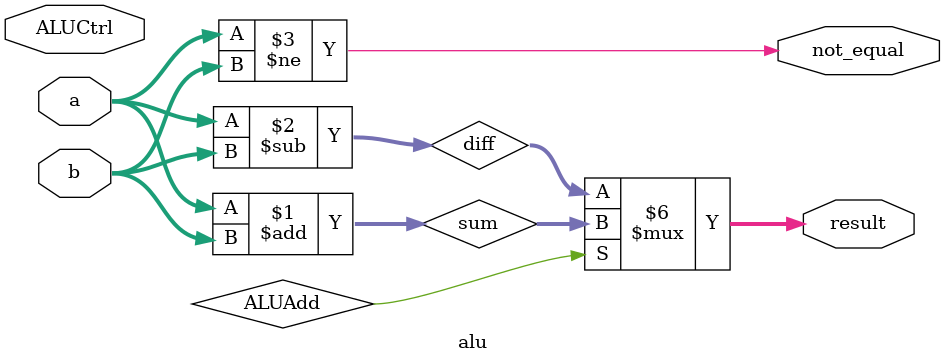
<source format=sv>
module alu (
    input  logic [31:0] a,
    input  logic [31:0] b,
    input  logic        ALUCtrl,          // 1 -> a+b, 0 -> a-b (or compare)
    output logic [31:0] result,
    output logic        not_equal        // (a != b)
);
    logic [31:0] sum, diff;

    assign sum  = a + b;
    assign diff = a - b;

    assign not_equal = (a != b);

    always_comb begin
        if (ALUAdd)
            result = sum;
        else
            result = diff;  // used only for subtraction/comparison
    end

endmodule

</source>
